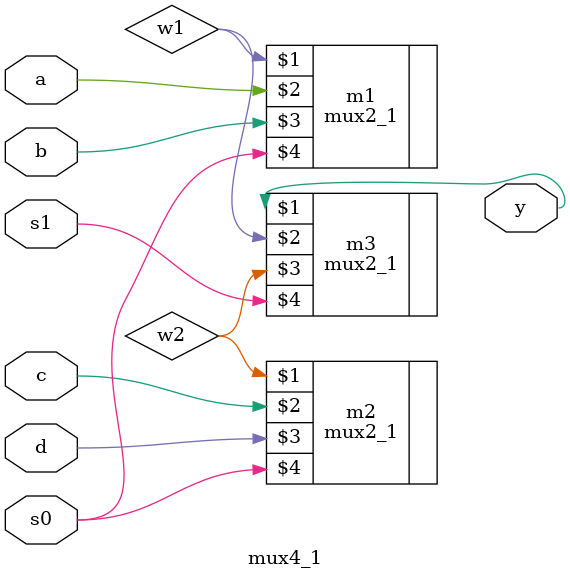
<source format=v>
module mux4_1(y, a, b, c, d, s0, s1);
    output y;
    input a, b, c, d, s0, s1;
    wire w1, w2;

    mux2_1 m1(w1, a, b, s0);
    mux2_1 m2(w2, c, d, s0);
    mux2_1 m3(y, w1, w2, s1);
endmodule


</source>
